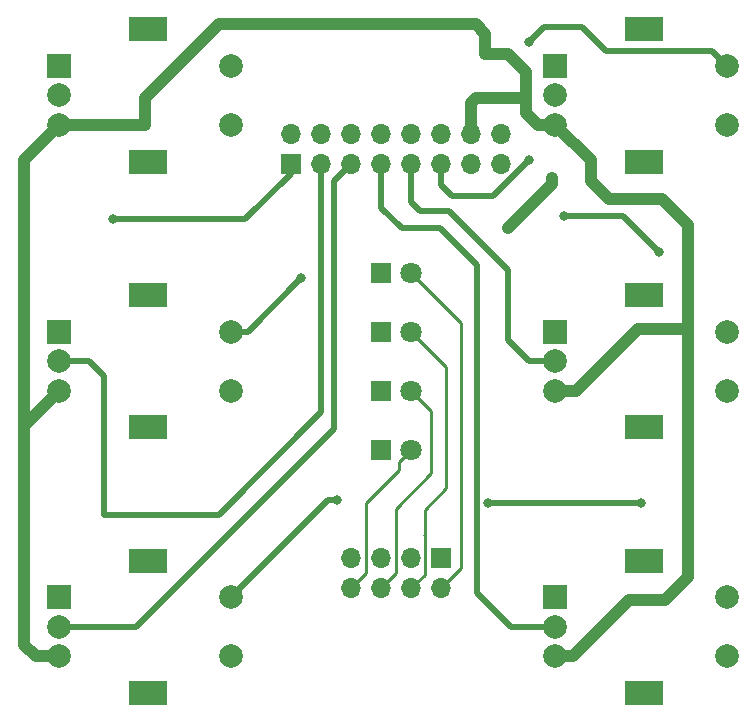
<source format=gbl>
%TF.GenerationSoftware,KiCad,Pcbnew,7.0.5*%
%TF.CreationDate,2023-07-13T08:51:00+02:00*%
%TF.ProjectId,Encoder-Holder,456e636f-6465-4722-9d48-6f6c6465722e,rev?*%
%TF.SameCoordinates,Original*%
%TF.FileFunction,Copper,L2,Bot*%
%TF.FilePolarity,Positive*%
%FSLAX46Y46*%
G04 Gerber Fmt 4.6, Leading zero omitted, Abs format (unit mm)*
G04 Created by KiCad (PCBNEW 7.0.5) date 2023-07-13 08:51:00*
%MOMM*%
%LPD*%
G01*
G04 APERTURE LIST*
%TA.AperFunction,ComponentPad*%
%ADD10R,2.000000X2.000000*%
%TD*%
%TA.AperFunction,ComponentPad*%
%ADD11C,2.000000*%
%TD*%
%TA.AperFunction,ComponentPad*%
%ADD12R,3.200000X2.000000*%
%TD*%
%TA.AperFunction,ComponentPad*%
%ADD13R,1.700000X1.700000*%
%TD*%
%TA.AperFunction,ComponentPad*%
%ADD14O,1.700000X1.700000*%
%TD*%
%TA.AperFunction,ComponentPad*%
%ADD15R,1.800000X1.800000*%
%TD*%
%TA.AperFunction,ComponentPad*%
%ADD16C,1.800000*%
%TD*%
%TA.AperFunction,ViaPad*%
%ADD17C,0.800000*%
%TD*%
%TA.AperFunction,Conductor*%
%ADD18C,0.250000*%
%TD*%
%TA.AperFunction,Conductor*%
%ADD19C,0.500000*%
%TD*%
%TA.AperFunction,Conductor*%
%ADD20C,1.000000*%
%TD*%
G04 APERTURE END LIST*
D10*
%TO.P,SW5,A,A*%
%TO.N,Net-(J1-Pin_13)*%
X146000000Y-77500000D03*
D11*
%TO.P,SW5,B,B*%
%TO.N,Net-(J1-Pin_14)*%
X146000000Y-82500000D03*
%TO.P,SW5,C,C*%
%TO.N,Net-(J1-Pin_9)*%
X146000000Y-80000000D03*
D12*
%TO.P,SW5,MP*%
%TO.N,N/C*%
X153500000Y-74400000D03*
X153500000Y-85600000D03*
D11*
%TO.P,SW5,S1,S1*%
%TO.N,Net-(J1-Pin_15)*%
X160500000Y-82500000D03*
%TO.P,SW5,S2,S2*%
%TO.N,Net-(J1-Pin_10)*%
X160500000Y-77500000D03*
%TD*%
D10*
%TO.P,SW3,A,A*%
%TO.N,Net-(J1-Pin_13)*%
X104000000Y-100000000D03*
D11*
%TO.P,SW3,B,B*%
%TO.N,Net-(J1-Pin_14)*%
X104000000Y-105000000D03*
%TO.P,SW3,C,C*%
%TO.N,Net-(J1-Pin_5)*%
X104000000Y-102500000D03*
D12*
%TO.P,SW3,MP*%
%TO.N,N/C*%
X111500000Y-96900000D03*
X111500000Y-108100000D03*
D11*
%TO.P,SW3,S1,S1*%
%TO.N,Net-(J1-Pin_15)*%
X118500000Y-105000000D03*
%TO.P,SW3,S2,S2*%
%TO.N,Net-(J1-Pin_6)*%
X118500000Y-100000000D03*
%TD*%
D13*
%TO.P,J2,1,Pin_1*%
%TO.N,Net-(D1-K)*%
X136290000Y-96710000D03*
D14*
%TO.P,J2,2,Pin_2*%
%TO.N,Net-(D1-A)*%
X136290000Y-99250000D03*
%TO.P,J2,3,Pin_3*%
%TO.N,Net-(D2-K)*%
X133750000Y-96710000D03*
%TO.P,J2,4,Pin_4*%
%TO.N,Net-(D2-A)*%
X133750000Y-99250000D03*
%TO.P,J2,5,Pin_5*%
%TO.N,Net-(D3-K)*%
X131210000Y-96710000D03*
%TO.P,J2,6,Pin_6*%
%TO.N,Net-(D3-A)*%
X131210000Y-99250000D03*
%TO.P,J2,7,Pin_7*%
%TO.N,Net-(D4-K)*%
X128670000Y-96710000D03*
%TO.P,J2,8,Pin_8*%
%TO.N,Net-(D4-A)*%
X128670000Y-99250000D03*
%TD*%
D10*
%TO.P,SW1,A,A*%
%TO.N,Net-(J1-Pin_13)*%
X104000000Y-55000000D03*
D11*
%TO.P,SW1,B,B*%
%TO.N,Net-(J1-Pin_14)*%
X104000000Y-60000000D03*
%TO.P,SW1,C,C*%
%TO.N,Net-(J1-Pin_1)*%
X104000000Y-57500000D03*
D12*
%TO.P,SW1,MP*%
%TO.N,N/C*%
X111500000Y-51900000D03*
X111500000Y-63100000D03*
D11*
%TO.P,SW1,S1,S1*%
%TO.N,Net-(J1-Pin_15)*%
X118500000Y-60000000D03*
%TO.P,SW1,S2,S2*%
%TO.N,Net-(J1-Pin_2)*%
X118500000Y-55000000D03*
%TD*%
D10*
%TO.P,SW2,A,A*%
%TO.N,Net-(J1-Pin_13)*%
X104000000Y-77500000D03*
D11*
%TO.P,SW2,B,B*%
%TO.N,Net-(J1-Pin_14)*%
X104000000Y-82500000D03*
%TO.P,SW2,C,C*%
%TO.N,Net-(J1-Pin_3)*%
X104000000Y-80000000D03*
D12*
%TO.P,SW2,MP*%
%TO.N,N/C*%
X111500000Y-74400000D03*
X111500000Y-85600000D03*
D11*
%TO.P,SW2,S1,S1*%
%TO.N,Net-(J1-Pin_15)*%
X118500000Y-82500000D03*
%TO.P,SW2,S2,S2*%
%TO.N,Net-(J1-Pin_4)*%
X118500000Y-77500000D03*
%TD*%
D15*
%TO.P,D2,1,K*%
%TO.N,Net-(D2-K)*%
X131210000Y-77500000D03*
D16*
%TO.P,D2,2,A*%
%TO.N,Net-(D2-A)*%
X133750000Y-77500000D03*
%TD*%
D15*
%TO.P,D3,1,K*%
%TO.N,Net-(D3-K)*%
X131210000Y-82500000D03*
D16*
%TO.P,D3,2,A*%
%TO.N,Net-(D3-A)*%
X133750000Y-82500000D03*
%TD*%
D15*
%TO.P,D4,1,K*%
%TO.N,Net-(D4-K)*%
X131225000Y-87500000D03*
D16*
%TO.P,D4,2,A*%
%TO.N,Net-(D4-A)*%
X133765000Y-87500000D03*
%TD*%
D15*
%TO.P,D1,1,K*%
%TO.N,Net-(D1-K)*%
X131210000Y-72500000D03*
D16*
%TO.P,D1,2,A*%
%TO.N,Net-(D1-A)*%
X133750000Y-72500000D03*
%TD*%
D10*
%TO.P,SW6,A,A*%
%TO.N,Net-(J1-Pin_13)*%
X146000000Y-100000000D03*
D11*
%TO.P,SW6,B,B*%
%TO.N,Net-(J1-Pin_14)*%
X146000000Y-105000000D03*
%TO.P,SW6,C,C*%
%TO.N,Net-(J1-Pin_7)*%
X146000000Y-102500000D03*
D12*
%TO.P,SW6,MP*%
%TO.N,N/C*%
X153500000Y-96900000D03*
X153500000Y-108100000D03*
D11*
%TO.P,SW6,S1,S1*%
%TO.N,Net-(J1-Pin_15)*%
X160500000Y-105000000D03*
%TO.P,SW6,S2,S2*%
%TO.N,Net-(J1-Pin_8)*%
X160500000Y-100000000D03*
%TD*%
D13*
%TO.P,J1,1,Pin_1*%
%TO.N,Net-(J1-Pin_1)*%
X123625000Y-63290000D03*
D14*
%TO.P,J1,2,Pin_2*%
%TO.N,Net-(J1-Pin_2)*%
X123625000Y-60750000D03*
%TO.P,J1,3,Pin_3*%
%TO.N,Net-(J1-Pin_3)*%
X126165000Y-63290000D03*
%TO.P,J1,4,Pin_4*%
%TO.N,Net-(J1-Pin_4)*%
X126165000Y-60750000D03*
%TO.P,J1,5,Pin_5*%
%TO.N,Net-(J1-Pin_5)*%
X128705000Y-63290000D03*
%TO.P,J1,6,Pin_6*%
%TO.N,Net-(J1-Pin_6)*%
X128705000Y-60750000D03*
%TO.P,J1,7,Pin_7*%
%TO.N,Net-(J1-Pin_7)*%
X131245000Y-63290000D03*
%TO.P,J1,8,Pin_8*%
%TO.N,Net-(J1-Pin_8)*%
X131245000Y-60750000D03*
%TO.P,J1,9,Pin_9*%
%TO.N,Net-(J1-Pin_9)*%
X133785000Y-63290000D03*
%TO.P,J1,10,Pin_10*%
%TO.N,Net-(J1-Pin_10)*%
X133785000Y-60750000D03*
%TO.P,J1,11,Pin_11*%
%TO.N,Net-(J1-Pin_11)*%
X136325000Y-63290000D03*
%TO.P,J1,12,Pin_12*%
%TO.N,Net-(J1-Pin_12)*%
X136325000Y-60750000D03*
%TO.P,J1,13,Pin_13*%
%TO.N,Net-(J1-Pin_13)*%
X138865000Y-63290000D03*
%TO.P,J1,14,Pin_14*%
%TO.N,Net-(J1-Pin_14)*%
X138865000Y-60750000D03*
%TO.P,J1,15,Pin_15*%
%TO.N,Net-(J1-Pin_15)*%
X141405000Y-63290000D03*
%TO.P,J1,16,Pin_16*%
%TO.N,unconnected-(J1-Pin_16-Pad16)*%
X141405000Y-60750000D03*
%TD*%
D10*
%TO.P,SW4,A,A*%
%TO.N,Net-(J1-Pin_13)*%
X146000000Y-55000000D03*
D11*
%TO.P,SW4,B,B*%
%TO.N,Net-(J1-Pin_14)*%
X146000000Y-60000000D03*
%TO.P,SW4,C,C*%
%TO.N,Net-(J1-Pin_11)*%
X146000000Y-57500000D03*
D12*
%TO.P,SW4,MP*%
%TO.N,N/C*%
X153500000Y-51900000D03*
X153500000Y-63100000D03*
D11*
%TO.P,SW4,S1,S1*%
%TO.N,Net-(J1-Pin_15)*%
X160500000Y-60000000D03*
%TO.P,SW4,S2,S2*%
%TO.N,Net-(J1-Pin_12)*%
X160500000Y-55000000D03*
%TD*%
D17*
%TO.N,Net-(J1-Pin_1)*%
X108500000Y-68000000D03*
%TO.N,Net-(J1-Pin_4)*%
X124500000Y-73000000D03*
%TO.N,Net-(J1-Pin_6)*%
X127500000Y-91750000D03*
%TO.N,Net-(J1-Pin_8)*%
X153250000Y-92000000D03*
X140250000Y-92000000D03*
%TO.N,Net-(J1-Pin_10)*%
X154750000Y-70750000D03*
X146750000Y-67750000D03*
%TO.N,Net-(J1-Pin_11)*%
X143750000Y-63000000D03*
%TO.N,Net-(J1-Pin_12)*%
X143750000Y-53000000D03*
%TO.N,Net-(J1-Pin_15)*%
X142000000Y-68750000D03*
X145750000Y-64500000D03*
%TD*%
D18*
%TO.N,Net-(D1-A)*%
X136290000Y-99250000D02*
X138000000Y-97540000D01*
X138000000Y-97540000D02*
X138000000Y-76750000D01*
X138000000Y-76750000D02*
X133750000Y-72500000D01*
%TO.N,Net-(D2-A)*%
X136750000Y-80500000D02*
X136750000Y-90750000D01*
X134925000Y-94675000D02*
X134900000Y-94700000D01*
X134900000Y-94700000D02*
X134925000Y-94725000D01*
X133750000Y-77500000D02*
X136750000Y-80500000D01*
X134925000Y-92575000D02*
X134925000Y-94675000D01*
X136750000Y-90750000D02*
X134925000Y-92575000D01*
X134925000Y-94725000D02*
X134925000Y-98075000D01*
X134925000Y-98075000D02*
X133750000Y-99250000D01*
%TO.N,Net-(D3-A)*%
X132500000Y-92500000D02*
X132500000Y-97960000D01*
X135500000Y-84250000D02*
X135500000Y-89500000D01*
X132500000Y-97960000D02*
X131210000Y-99250000D01*
X135500000Y-89500000D02*
X132500000Y-92500000D01*
X133750000Y-82500000D02*
X135500000Y-84250000D01*
%TO.N,Net-(D4-A)*%
X132750000Y-89250000D02*
X129950000Y-92050000D01*
X133765000Y-87500000D02*
X132750000Y-88515000D01*
X132750000Y-88515000D02*
X132750000Y-89250000D01*
X128670000Y-99250000D02*
X129950000Y-97970000D01*
X129950000Y-97970000D02*
X129950000Y-92050000D01*
D19*
%TO.N,Net-(J1-Pin_1)*%
X123625000Y-64125000D02*
X119750000Y-68000000D01*
X119750000Y-68000000D02*
X108500000Y-68000000D01*
X123625000Y-63290000D02*
X123625000Y-64125000D01*
%TO.N,Net-(J1-Pin_3)*%
X126165000Y-84335000D02*
X117500000Y-93000000D01*
X117500000Y-93000000D02*
X107750000Y-93000000D01*
X107750000Y-93000000D02*
X107750000Y-81250000D01*
X126165000Y-63290000D02*
X126165000Y-84335000D01*
X106500000Y-80000000D02*
X104000000Y-80000000D01*
X107750000Y-81250000D02*
X106500000Y-80000000D01*
%TO.N,Net-(J1-Pin_4)*%
X120000000Y-77500000D02*
X124500000Y-73000000D01*
X118500000Y-77500000D02*
X120000000Y-77500000D01*
%TO.N,Net-(J1-Pin_5)*%
X127250000Y-85750000D02*
X127250000Y-64745000D01*
X110500000Y-102500000D02*
X127250000Y-85750000D01*
X104000000Y-102500000D02*
X110500000Y-102500000D01*
X127250000Y-64745000D02*
X128705000Y-63290000D01*
%TO.N,Net-(J1-Pin_6)*%
X118500000Y-100000000D02*
X126750000Y-91750000D01*
X126750000Y-91750000D02*
X127500000Y-91750000D01*
%TO.N,Net-(J1-Pin_7)*%
X131245000Y-66995000D02*
X133000000Y-68750000D01*
X139400000Y-71900000D02*
X139250000Y-71750000D01*
X146000000Y-102500000D02*
X142250000Y-102500000D01*
X131245000Y-63290000D02*
X131245000Y-66995000D01*
X139400000Y-99650000D02*
X139400000Y-71900000D01*
X142250000Y-102500000D02*
X139400000Y-99650000D01*
X133000000Y-68750000D02*
X136250000Y-68750000D01*
X136250000Y-68750000D02*
X139250000Y-71750000D01*
%TO.N,Net-(J1-Pin_8)*%
X153250000Y-92000000D02*
X140250000Y-92000000D01*
%TO.N,Net-(J1-Pin_9)*%
X133785000Y-66535000D02*
X134500000Y-67250000D01*
X137000000Y-67250000D02*
X134500000Y-67250000D01*
X133785000Y-63290000D02*
X133785000Y-66535000D01*
X142000000Y-72250000D02*
X137000000Y-67250000D01*
X142000000Y-78250000D02*
X142000000Y-72250000D01*
X143750000Y-80000000D02*
X142000000Y-78250000D01*
X146000000Y-80000000D02*
X143750000Y-80000000D01*
%TO.N,Net-(J1-Pin_10)*%
X151750000Y-67750000D02*
X146750000Y-67750000D01*
X154750000Y-70750000D02*
X151750000Y-67750000D01*
%TO.N,Net-(J1-Pin_11)*%
X136325000Y-63290000D02*
X136325000Y-65075000D01*
X140750000Y-66000000D02*
X137250000Y-66000000D01*
X143750000Y-63000000D02*
X140750000Y-66000000D01*
X136325000Y-65075000D02*
X137250000Y-66000000D01*
%TO.N,Net-(J1-Pin_12)*%
X160500000Y-55000000D02*
X159250000Y-53750000D01*
X145000000Y-51750000D02*
X143750000Y-53000000D01*
X159250000Y-53750000D02*
X150250000Y-53750000D01*
X148250000Y-51750000D02*
X145000000Y-51750000D01*
X150250000Y-53750000D02*
X148250000Y-51750000D01*
D20*
%TO.N,Net-(J1-Pin_14)*%
X138865000Y-58135000D02*
X139300000Y-57700000D01*
X157250000Y-68500000D02*
X155000000Y-66250000D01*
X150500000Y-66250000D02*
X149000000Y-64750000D01*
X146000000Y-105000000D02*
X147500000Y-105000000D01*
X157250000Y-98250000D02*
X157250000Y-77250000D01*
X143400000Y-57700000D02*
X143500000Y-57800000D01*
X144500000Y-60000000D02*
X143500000Y-59000000D01*
X143500000Y-59000000D02*
X143500000Y-57800000D01*
X157250000Y-77250000D02*
X153000000Y-77250000D01*
X147500000Y-105000000D02*
X152250000Y-100250000D01*
X102000000Y-105000000D02*
X104000000Y-105000000D01*
X101000000Y-104000000D02*
X102000000Y-105000000D01*
X140040000Y-54000000D02*
X140040000Y-52290000D01*
X104000000Y-82500000D02*
X101250000Y-85250000D01*
X101250000Y-85250000D02*
X101000000Y-85250000D01*
X117500000Y-51500000D02*
X139250000Y-51500000D01*
X138865000Y-60750000D02*
X138865000Y-58135000D01*
X143500000Y-55500000D02*
X142000000Y-54000000D01*
X153000000Y-77250000D02*
X147750000Y-82500000D01*
X142000000Y-54000000D02*
X140040000Y-54000000D01*
X147750000Y-82500000D02*
X146000000Y-82500000D01*
X117500000Y-51500000D02*
X111250000Y-57750000D01*
X157250000Y-77250000D02*
X157250000Y-68500000D01*
X149000000Y-64750000D02*
X149000000Y-63000000D01*
X139300000Y-57700000D02*
X143400000Y-57700000D01*
X140040000Y-52290000D02*
X139250000Y-51500000D01*
X149000000Y-63000000D02*
X146000000Y-60000000D01*
X101000000Y-85250000D02*
X101000000Y-63000000D01*
X143500000Y-57800000D02*
X143500000Y-55500000D01*
X155000000Y-66250000D02*
X150500000Y-66250000D01*
X146000000Y-60000000D02*
X144500000Y-60000000D01*
X111250000Y-57750000D02*
X111250000Y-60000000D01*
X101000000Y-85250000D02*
X101000000Y-104000000D01*
X152250000Y-100250000D02*
X155250000Y-100250000D01*
X111250000Y-60000000D02*
X104000000Y-60000000D01*
X155250000Y-100250000D02*
X157250000Y-98250000D01*
X101000000Y-63000000D02*
X104000000Y-60000000D01*
%TO.N,Net-(J1-Pin_15)*%
X145750000Y-65000000D02*
X142000000Y-68750000D01*
X145750000Y-64500000D02*
X145750000Y-65000000D01*
%TD*%
M02*

</source>
